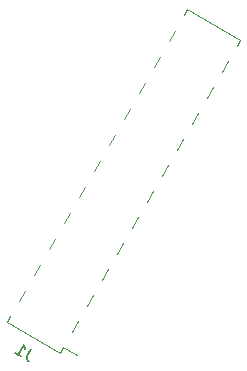
<source format=gbo>
%TF.GenerationSoftware,KiCad,Pcbnew,8.0.8*%
%TF.CreationDate,2025-03-26T10:56:16-07:00*%
%TF.ProjectId,led_mapper_850,6c65645f-6d61-4707-9065-725f3835302e,rev?*%
%TF.SameCoordinates,Original*%
%TF.FileFunction,Legend,Bot*%
%TF.FilePolarity,Positive*%
%FSLAX46Y46*%
G04 Gerber Fmt 4.6, Leading zero omitted, Abs format (unit mm)*
G04 Created by KiCad (PCBNEW 8.0.8) date 2025-03-26 10:56:16*
%MOMM*%
%LPD*%
G01*
G04 APERTURE LIST*
G04 Aperture macros list*
%AMRotRect*
0 Rectangle, with rotation*
0 The origin of the aperture is its center*
0 $1 length*
0 $2 width*
0 $3 Rotation angle, in degrees counterclockwise*
0 Add horizontal line*
21,1,$1,$2,0,0,$3*%
G04 Aperture macros list end*
%ADD10C,0.150000*%
%ADD11C,0.120000*%
%ADD12RotRect,5.000000X1.270000X330.000000*%
G04 APERTURE END LIST*
D10*
X39474674Y-61051939D02*
X39117531Y-61670528D01*
X39117531Y-61670528D02*
X39087342Y-61818056D01*
X39087342Y-61818056D02*
X39122202Y-61948153D01*
X39122202Y-61948153D02*
X39222110Y-62060821D01*
X39222110Y-62060821D02*
X39304589Y-62108440D01*
X38108649Y-61417964D02*
X38603520Y-61703678D01*
X38356084Y-61560821D02*
X38856084Y-60694796D01*
X38856084Y-60694796D02*
X38867134Y-60866133D01*
X38867134Y-60866133D02*
X38901994Y-60996230D01*
X38901994Y-60996230D02*
X38960663Y-61085089D01*
D11*
%TO.C,J1*%
X37381743Y-58810337D02*
X37666743Y-58316702D01*
X37381743Y-58810337D02*
X41885075Y-61410337D01*
X38426743Y-57000344D02*
X38936743Y-56116998D01*
X39696743Y-54800639D02*
X40206743Y-53917293D01*
X40966743Y-52600935D02*
X41476743Y-51717589D01*
X41885075Y-61410337D02*
X42170075Y-60916702D01*
X42170075Y-60916702D02*
X43347870Y-61596702D01*
X42236743Y-50401230D02*
X42746743Y-49517884D01*
X42930075Y-59600344D02*
X43440075Y-58716998D01*
X43506743Y-48201525D02*
X44016743Y-47318180D01*
X44200075Y-57400639D02*
X44710075Y-56517293D01*
X44776743Y-46001821D02*
X45286743Y-45118475D01*
X45470075Y-55200935D02*
X45980075Y-54317589D01*
X46046743Y-43802116D02*
X46556743Y-42918771D01*
X46740075Y-53001230D02*
X47250075Y-52117884D01*
X47316743Y-41602412D02*
X47826743Y-40719066D01*
X48010075Y-50801525D02*
X48520075Y-49918180D01*
X48586743Y-39402707D02*
X49096743Y-38519361D01*
X49280075Y-48601821D02*
X49790075Y-47718475D01*
X49856743Y-37203003D02*
X50366743Y-36319657D01*
X50550075Y-46402116D02*
X51060075Y-45518771D01*
X51126743Y-35003298D02*
X51636743Y-34119952D01*
X51820075Y-44202412D02*
X52330075Y-43319066D01*
X52396743Y-32803594D02*
X52681743Y-32309959D01*
X52681743Y-32309959D02*
X57185075Y-34909959D01*
X53090075Y-42002707D02*
X53600075Y-41119361D01*
X54360075Y-39803003D02*
X54870075Y-38919657D01*
X55630075Y-37603298D02*
X56140075Y-36719952D01*
X56900075Y-35403594D02*
X57185075Y-34909959D01*
%TD*%
%LPC*%
D12*
%TO.C,J1*%
X37250000Y-57198523D03*
X38520000Y-54998817D03*
X39790000Y-52799114D03*
X41060000Y-50599410D03*
X42330000Y-48399705D03*
X43600000Y-46200000D03*
X44870000Y-44000296D03*
X46140000Y-41800591D03*
X47410000Y-39600887D03*
X48680000Y-37401182D03*
X49950000Y-35201478D03*
X51220000Y-33001773D03*
X43346818Y-60718523D03*
X44616818Y-58518818D03*
X45886818Y-56319114D03*
X47156818Y-54119409D03*
X48426818Y-51919705D03*
X49696818Y-49720000D03*
X50966818Y-47520296D03*
X52236818Y-45320591D03*
X53506818Y-43120886D03*
X54776818Y-40921182D03*
X56046818Y-38721479D03*
X57316818Y-36521773D03*
%TD*%
%LPD*%
M02*

</source>
